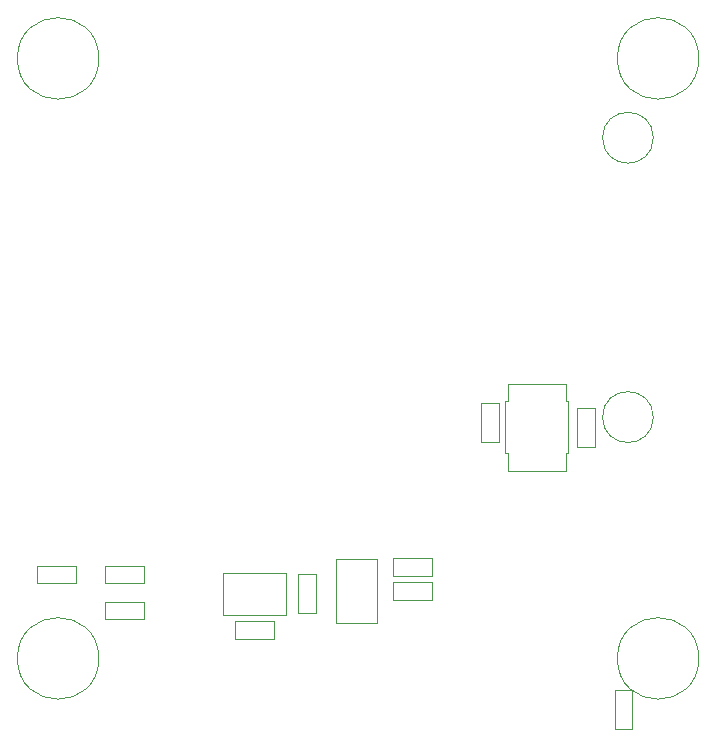
<source format=gbr>
G04 #@! TF.GenerationSoftware,KiCad,Pcbnew,9.0.6*
G04 #@! TF.CreationDate,2026-01-15T23:38:00-05:00*
G04 #@! TF.ProjectId,telemetry_transmitter,74656c65-6d65-4747-9279-5f7472616e73,rev?*
G04 #@! TF.SameCoordinates,Original*
G04 #@! TF.FileFunction,Other,User*
%FSLAX46Y46*%
G04 Gerber Fmt 4.6, Leading zero omitted, Abs format (unit mm)*
G04 Created by KiCad (PCBNEW 9.0.6) date 2026-01-15 23:38:00*
%MOMM*%
%LPD*%
G01*
G04 APERTURE LIST*
%ADD10C,0.050000*%
G04 APERTURE END LIST*
D10*
G04 #@! TO.C,J2*
X162711800Y-84110800D02*
G75*
G02*
X158411800Y-84110800I-2150000J0D01*
G01*
X158411800Y-84110800D02*
G75*
G02*
X162711800Y-84110800I2150000J0D01*
G01*
X162711800Y-107760800D02*
G75*
G02*
X158411800Y-107760800I-2150000J0D01*
G01*
X158411800Y-107760800D02*
G75*
G02*
X162711800Y-107760800I2150000J0D01*
G01*
G04 #@! TO.C,R7*
X140640800Y-119716800D02*
X140640800Y-121176800D01*
X140640800Y-121176800D02*
X143940800Y-121176800D01*
X143940800Y-119716800D02*
X140640800Y-119716800D01*
X143940800Y-121176800D02*
X143940800Y-119716800D01*
G04 #@! TO.C,C4*
X148164800Y-106604800D02*
X148164800Y-109904800D01*
X148164800Y-109904800D02*
X149624800Y-109904800D01*
X149624800Y-106604800D02*
X148164800Y-106604800D01*
X149624800Y-109904800D02*
X149624800Y-106604800D01*
G04 #@! TO.C,C5*
X156292800Y-106985800D02*
X156292800Y-110285800D01*
X156292800Y-110285800D02*
X157752800Y-110285800D01*
X157752800Y-106985800D02*
X156292800Y-106985800D01*
X157752800Y-110285800D02*
X157752800Y-106985800D01*
G04 #@! TO.C,R1*
X110541800Y-120351800D02*
X110541800Y-121811800D01*
X110541800Y-121811800D02*
X113841800Y-121811800D01*
X113841800Y-120351800D02*
X110541800Y-120351800D01*
X113841800Y-121811800D02*
X113841800Y-120351800D01*
G04 #@! TO.C,R4*
X159467800Y-130861800D02*
X159467800Y-134161800D01*
X159467800Y-134161800D02*
X160927800Y-134161800D01*
X160927800Y-130861800D02*
X159467800Y-130861800D01*
X160927800Y-134161800D02*
X160927800Y-130861800D01*
G04 #@! TO.C,U2*
X150131800Y-106435800D02*
X150131800Y-110835800D01*
X150131800Y-110835800D02*
X150371800Y-110835800D01*
X150371800Y-104935800D02*
X150371800Y-106435800D01*
X150371800Y-106435800D02*
X150131800Y-106435800D01*
X150371800Y-110835800D02*
X150371800Y-112335800D01*
X150371800Y-112335800D02*
X155291800Y-112335800D01*
X155291800Y-104935800D02*
X150371800Y-104935800D01*
X155291800Y-106435800D02*
X155291800Y-104935800D01*
X155291800Y-110835800D02*
X155531800Y-110835800D01*
X155291800Y-112335800D02*
X155291800Y-110835800D01*
X155531800Y-106435800D02*
X155291800Y-106435800D01*
X155531800Y-110835800D02*
X155531800Y-106435800D01*
G04 #@! TO.C,R5*
X127305800Y-125050800D02*
X127305800Y-126510800D01*
X127305800Y-126510800D02*
X130605800Y-126510800D01*
X130605800Y-125050800D02*
X127305800Y-125050800D01*
X130605800Y-126510800D02*
X130605800Y-125050800D01*
G04 #@! TO.C,Q1*
X126255800Y-120982800D02*
X126255800Y-124482800D01*
X126255800Y-124482800D02*
X131655800Y-124482800D01*
X131655800Y-120982800D02*
X126255800Y-120982800D01*
X131655800Y-124482800D02*
X131655800Y-120982800D01*
G04 #@! TO.C,H3*
X115768800Y-77393800D02*
G75*
G02*
X108868800Y-77393800I-3450000J0D01*
G01*
X108868800Y-77393800D02*
G75*
G02*
X115768800Y-77393800I3450000J0D01*
G01*
G04 #@! TO.C,R2*
X116256800Y-120351800D02*
X116256800Y-121811800D01*
X116256800Y-121811800D02*
X119556800Y-121811800D01*
X119556800Y-120351800D02*
X116256800Y-120351800D01*
X119556800Y-121811800D02*
X119556800Y-120351800D01*
G04 #@! TO.C,H2*
X166568800Y-128193800D02*
G75*
G02*
X159668800Y-128193800I-3450000J0D01*
G01*
X159668800Y-128193800D02*
G75*
G02*
X166568800Y-128193800I3450000J0D01*
G01*
G04 #@! TO.C,Q2*
X135841800Y-119778800D02*
X135841800Y-125178800D01*
X135841800Y-125178800D02*
X139341800Y-125178800D01*
X139341800Y-119778800D02*
X135841800Y-119778800D01*
X139341800Y-125178800D02*
X139341800Y-119778800D01*
G04 #@! TO.C,H4*
X166568800Y-77393800D02*
G75*
G02*
X159668800Y-77393800I-3450000J0D01*
G01*
X159668800Y-77393800D02*
G75*
G02*
X166568800Y-77393800I3450000J0D01*
G01*
G04 #@! TO.C,R6*
X132670800Y-121082800D02*
X132670800Y-124382800D01*
X132670800Y-124382800D02*
X134130800Y-124382800D01*
X134130800Y-121082800D02*
X132670800Y-121082800D01*
X134130800Y-124382800D02*
X134130800Y-121082800D01*
G04 #@! TO.C,R8*
X140640800Y-121748800D02*
X140640800Y-123208800D01*
X140640800Y-123208800D02*
X143940800Y-123208800D01*
X143940800Y-121748800D02*
X140640800Y-121748800D01*
X143940800Y-123208800D02*
X143940800Y-121748800D01*
G04 #@! TO.C,R3*
X116256800Y-123399800D02*
X116256800Y-124859800D01*
X116256800Y-124859800D02*
X119556800Y-124859800D01*
X119556800Y-123399800D02*
X116256800Y-123399800D01*
X119556800Y-124859800D02*
X119556800Y-123399800D01*
G04 #@! TO.C,H1*
X115768800Y-128193800D02*
G75*
G02*
X108868800Y-128193800I-3450000J0D01*
G01*
X108868800Y-128193800D02*
G75*
G02*
X115768800Y-128193800I3450000J0D01*
G01*
G04 #@! TD*
M02*

</source>
